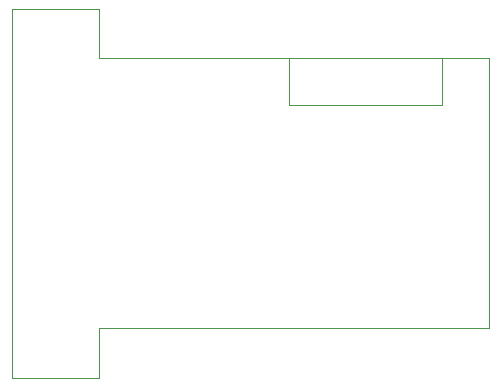
<source format=gko>
G75*
%MOIN*%
%OFA0B0*%
%FSLAX25Y25*%
%IPPOS*%
%LPD*%
%AMOC8*
5,1,8,0,0,1.08239X$1,22.5*
%
%ADD10C,0.00000*%
%ADD11C,0.00100*%
D10*
X0049632Y0001800D02*
X0049632Y0124800D01*
X0078632Y0124800D01*
X0078632Y0108300D01*
X0208632Y0108300D01*
X0208632Y0018300D01*
X0078632Y0018300D01*
X0078632Y0001800D01*
X0049632Y0001800D01*
D11*
X0142132Y0092800D02*
X0193132Y0092800D01*
X0193132Y0108300D01*
X0142132Y0108300D01*
X0142132Y0092800D01*
M02*

</source>
